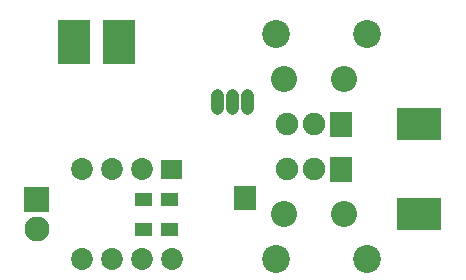
<source format=gbs>
G04 Layer: BottomSolderMaskLayer*
G04 EasyEDA v6.4.17, 2021-03-05T12:05:08+01:00*
G04 f60f8210386e4bb8a37d6fc626a43cf4,a095d68295bf4de09e4161802e6eaeab,10*
G04 Gerber Generator version 0.2*
G04 Scale: 100 percent, Rotated: No, Reflected: No *
G04 Dimensions in inches *
G04 leading zeros omitted , absolute positions ,3 integer and 6 decimal *
%FSLAX36Y36*%
%MOIN*%

%ADD37C,0.0434*%
%ADD39C,0.0749*%
%ADD40C,0.0867*%
%ADD44C,0.0828*%
%ADD46C,0.0730*%
%ADD48C,0.0930*%

%LPD*%
D37*
X700000Y-278346D02*
G01*
X700000Y-321653D01*
X750000Y-278346D02*
G01*
X750000Y-321653D01*
X800000Y-278346D02*
G01*
X800000Y-321653D01*
G36*
X1078000Y-566500D02*
G01*
X1078000Y-483499D01*
X1153000Y-483499D01*
X1153000Y-566500D01*
G37*
D39*
G01*
X1025500Y-525000D03*
G01*
X934499Y-525000D03*
G36*
X1078000Y-416500D02*
G01*
X1078000Y-333499D01*
X1153000Y-333499D01*
X1153000Y-416500D01*
G37*
G01*
X1025500Y-375000D03*
G01*
X934499Y-375000D03*
D40*
G01*
X1125000Y-675000D03*
G01*
X925000Y-675000D03*
G01*
X1125000Y-225000D03*
G01*
X925000Y-225000D03*
G36*
X759499Y-659499D02*
G01*
X759499Y-580599D01*
X830500Y-580599D01*
X830500Y-659499D01*
G37*
G36*
X58600Y-666399D02*
G01*
X58600Y-583600D01*
X141399Y-583600D01*
X141399Y-666399D01*
G37*
D44*
G01*
X100000Y-725000D03*
G36*
X513499Y-556500D02*
G01*
X513499Y-493499D01*
X586500Y-493499D01*
X586500Y-556500D01*
G37*
D46*
G01*
X450000Y-525000D03*
G01*
X350000Y-525000D03*
G01*
X250000Y-525000D03*
G01*
X250000Y-825000D03*
G01*
X350000Y-825000D03*
G01*
X450000Y-825000D03*
G01*
X550000Y-825000D03*
D48*
G01*
X897500Y-825000D03*
G01*
X1202500Y-825000D03*
G01*
X897500Y-75000D03*
G01*
X1202500Y-75000D03*
G36*
X1302200Y-728099D02*
G01*
X1302200Y-621900D01*
X1447799Y-621900D01*
X1447799Y-728099D01*
G37*
G36*
X171900Y-172800D02*
G01*
X171900Y-27199D01*
X278200Y-27199D01*
X278200Y-172800D01*
G37*
G36*
X321900Y-172800D02*
G01*
X321900Y-27199D01*
X428200Y-27199D01*
X428200Y-172800D01*
G37*
G36*
X1302200Y-428099D02*
G01*
X1302200Y-321900D01*
X1447799Y-321900D01*
X1447799Y-428099D01*
G37*
G36*
X429099Y-646700D02*
G01*
X429099Y-603299D01*
X484299Y-603299D01*
X484299Y-646700D01*
G37*
G36*
X515700Y-646700D02*
G01*
X515700Y-603299D01*
X570900Y-603299D01*
X570900Y-646700D01*
G37*
G36*
X429099Y-746700D02*
G01*
X429099Y-703299D01*
X484299Y-703299D01*
X484299Y-746700D01*
G37*
G36*
X515700Y-746700D02*
G01*
X515700Y-703299D01*
X570900Y-703299D01*
X570900Y-746700D01*
G37*
M02*

</source>
